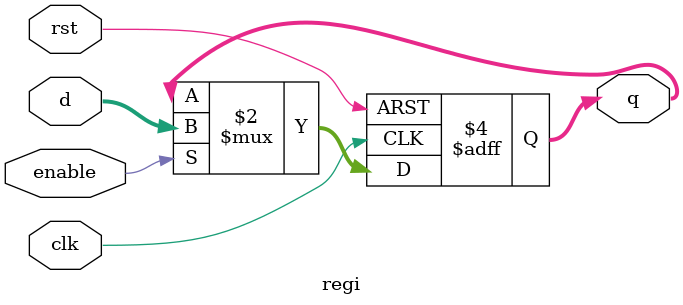
<source format=v>
module regi(input clk, input rst, input enable, input [2:0] d, output reg [2:0] q);
    always @(posedge clk or posedge rst)
        if (rst) q <= 0;
        else if (enable) q <= d;
endmodule
</source>
